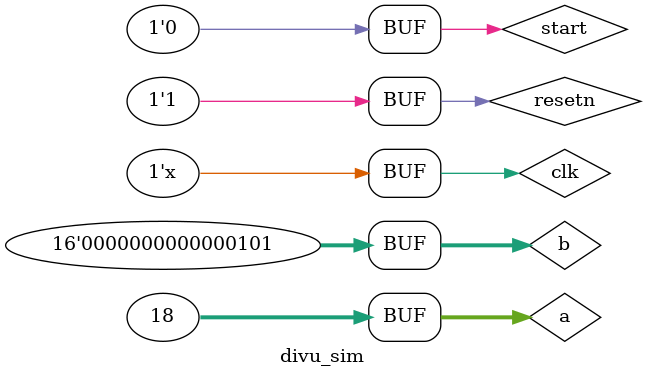
<source format=v>
`timescale 1ns / 1ps


module divu_sim(

    );
  // input
  reg [31:0] a = 32'd16;
  reg [15:0] b = 16'd4;
  reg clk = 0;
  reg start = 0; 
  reg resetn = 0; 
  // output
  wire [31:0] q;
  wire [15:0] r;
  wire busy;
  
  divu #(32) u(a,b,clk,start,resetn,q,r,busy);
  initial begin
   #30 begin resetn = 1;start = 1;end
   #50 start = 0;
   #1400 begin start = 1; a = 31'd18;b = 16'd5;end
   #50 start = 0;
  end
  always  #20  clk = ~clk;
endmodule

</source>
